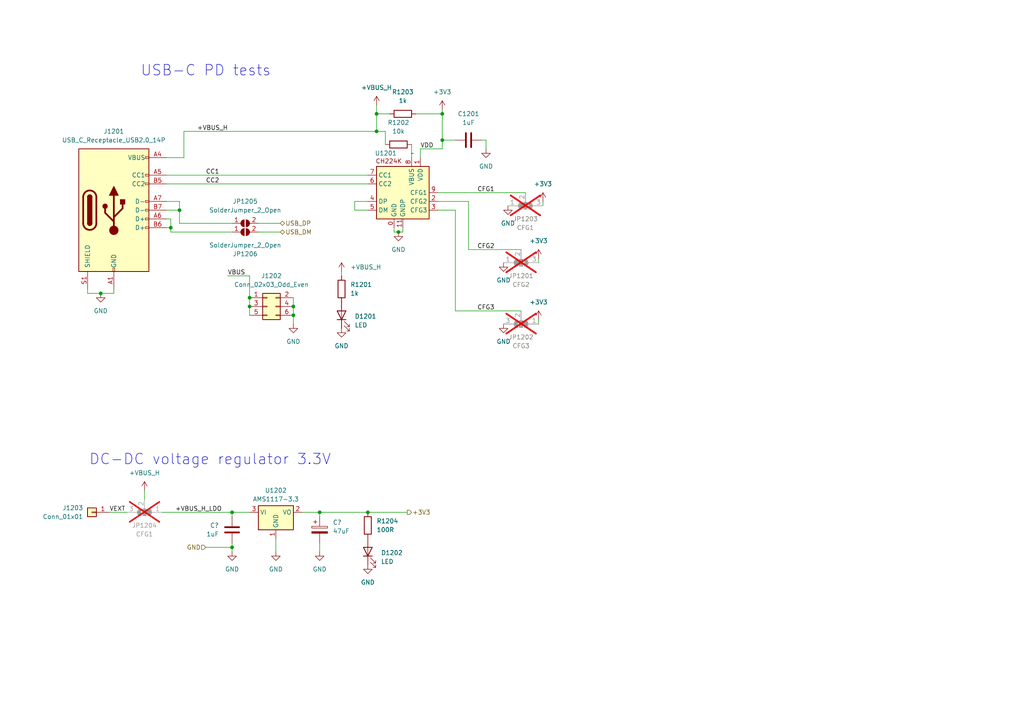
<source format=kicad_sch>
(kicad_sch (version 20231120) (generator "eeschema") (generator_version "8.0")
  (paper "A4")
  (lib_symbols
    (symbol "Connector:USB_C_Receptacle_USB2.0_14P" (pin_names (offset 1.016))
      (property "Reference" "J" (at 0 22.225 0))
      (property "Value" "USB_C_Receptacle_USB2.0_14P" (at 0 19.685 0))
      (symbol "USB_C_Receptacle_USB2.0_14P_0_0"
        (rectangle (start -0.254 -17.78) (end 0.254 -16.764))
        (rectangle (start 10.16 -4.826) (end 9.144 -5.334))
        (rectangle (start 10.16 -2.286) (end 9.144 -2.794))
        (rectangle (start 10.16 0.254) (end 9.144 -0.254))
        (rectangle (start 10.16 2.794) (end 9.144 2.286))
        (rectangle (start 10.16 7.874) (end 9.144 7.366))
        (rectangle (start 10.16 10.414) (end 9.144 9.906))
        (rectangle (start 10.16 15.494) (end 9.144 14.986))
      )
      (symbol "USB_C_Receptacle_USB2.0_14P_0_1"
        (rectangle (start -10.16 17.78) (end 10.16 -17.78) (stroke (width 0.254)) (fill (type background)))
        (arc (start -8.89 -3.81) (mid -6.985 -5.7067) (end -5.08 -3.81) (stroke (width 0.508)))
        (arc (start -7.62 -3.81) (mid -6.985 -4.4423) (end -6.35 -3.81) (stroke (width 0.254)))
        (arc (start -7.62 -3.81) (mid -6.985 -4.4423) (end -6.35 -3.81) (stroke (width 0.254)) (fill (type outline)))
        (rectangle (start -7.62 -3.81) (end -6.35 3.81) (stroke (width 0.254)) (fill (type outline)))
        (arc (start -6.35 3.81) (mid -6.985 4.4423) (end -7.62 3.81) (stroke (width 0.254)))
        (arc (start -6.35 3.81) (mid -6.985 4.4423) (end -7.62 3.81) (stroke (width 0.254)) (fill (type outline)))
        (arc (start -5.08 3.81) (mid -6.985 5.7067) (end -8.89 3.81) (stroke (width 0.508)))
        (circle (center -2.54 1.143) (radius 0.635) (stroke (width 0.254)) (fill (type outline)))
        (circle (center 0 -5.842) (radius 1.27) (fill (type outline)))
        (polyline (pts (xy -8.89 -3.81) (xy -8.89 3.81)) (stroke (width 0.508)))
        (polyline (pts (xy -5.08 3.81) (xy -5.08 -3.81)) (stroke (width 0.508)))
        (polyline (pts (xy 0 -5.842) (xy 0 4.318)) (stroke (width 0.508)))
        (polyline (pts (xy 0 -3.302) (xy -2.54 -0.762) (xy -2.54 0.508)) (stroke (width 0.508)))
        (polyline (pts (xy 0 -2.032) (xy 2.54 0.508) (xy 2.54 1.778)) (stroke (width 0.508)))
        (polyline (pts (xy -1.27 4.318) (xy 0 6.858) (xy 1.27 4.318) (xy -1.27 4.318)) (stroke (width 0.254)) (fill (type outline)))
        (rectangle (start 1.905 1.778) (end 3.175 3.048) (stroke (width 0.254)) (fill (type outline)))
      )
      (symbol "USB_C_Receptacle_USB2.0_14P_1_1"
        (pin passive line (at 0 -22.86 90) (length 5.08) (name "GND") (number "A1"))
        (pin passive line (at 0 -22.86 90) (length 5.08) hide (name "GND") (number "A12"))
        (pin passive line (at 15.24 15.24 180) (length 5.08) (name "VBUS") (number "A4"))
        (pin bidirectional line (at 15.24 10.16 180) (length 5.08) (name "CC1") (number "A5"))
        (pin bidirectional line (at 15.24 -2.54 180) (length 5.08) (name "D+") (number "A6"))
        (pin bidirectional line (at 15.24 2.54 180) (length 5.08) (name "D-") (number "A7"))
        (pin passive line (at 15.24 15.24 180) (length 5.08) hide (name "VBUS") (number "A9"))
        (pin passive line (at 0 -22.86 90) (length 5.08) hide (name "GND") (number "B1"))
        (pin passive line (at 0 -22.86 90) (length 5.08) hide (name "GND") (number "B12"))
        (pin passive line (at 15.24 15.24 180) (length 5.08) hide (name "VBUS") (number "B4"))
        (pin bidirectional line (at 15.24 7.62 180) (length 5.08) (name "CC2") (number "B5"))
        (pin bidirectional line (at 15.24 -5.08 180) (length 5.08) (name "D+") (number "B6"))
        (pin bidirectional line (at 15.24 0 180) (length 5.08) (name "D-") (number "B7"))
        (pin passive line (at 15.24 15.24 180) (length 5.08) hide (name "VBUS") (number "B9"))
        (pin passive line (at -7.62 -22.86 90) (length 5.08) (name "SHIELD") (number "S1"))
      )
    )
    (symbol "Connector_Generic:Conn_01x01" (pin_names (offset 1.016) hide)
      (property "Reference" "J" (at 0 2.54 0))
      (property "Value" "Conn_01x01" (at 0 -2.54 0))
      (symbol "Conn_01x01_1_1"
        (rectangle (start -1.27 0.127) (end 0 -0.127) (stroke (width 0.1524)))
        (rectangle (start -1.27 1.27) (end 1.27 -1.27) (stroke (width 0.254)) (fill (type background)))
        (pin passive line (at -5.08 0 0) (length 3.81) (name "Pin_1") (number "1"))
      )
    )
    (symbol "Connector_Generic:Conn_02x03_Odd_Even" (pin_names (offset 1.016) hide)
      (property "Reference" "J" (at 1.27 5.08 0))
      (property "Value" "Conn_02x03_Odd_Even" (at 1.27 -5.08 0))
      (symbol "Conn_02x03_Odd_Even_1_1"
        (rectangle (start -1.27 -2.413) (end 0 -2.667) (stroke (width 0.1524)))
        (rectangle (start -1.27 0.127) (end 0 -0.127) (stroke (width 0.1524)))
        (rectangle (start -1.27 2.667) (end 0 2.413) (stroke (width 0.1524)))
        (rectangle (start -1.27 3.81) (end 3.81 -3.81) (stroke (width 0.254)) (fill (type background)))
        (rectangle (start 3.81 -2.413) (end 2.54 -2.667) (stroke (width 0.1524)))
        (rectangle (start 3.81 0.127) (end 2.54 -0.127) (stroke (width 0.1524)))
        (rectangle (start 3.81 2.667) (end 2.54 2.413) (stroke (width 0.1524)))
        (pin passive line (at -5.08 2.54 0) (length 3.81) (name "Pin_1") (number "1"))
        (pin passive line (at 7.62 2.54 180) (length 3.81) (name "Pin_2") (number "2"))
        (pin passive line (at -5.08 0 0) (length 3.81) (name "Pin_3") (number "3"))
        (pin passive line (at 7.62 0 180) (length 3.81) (name "Pin_4") (number "4"))
        (pin passive line (at -5.08 -2.54 0) (length 3.81) (name "Pin_5") (number "5"))
        (pin passive line (at 7.62 -2.54 180) (length 3.81) (name "Pin_6") (number "6"))
      )
    )
    (symbol "Debug-Shield-Lib:CH224K"
      (property "Reference" "U" (at 0.508 2.54 0))
      (property "Value" "CH224K" (at 3.81 -6.604 0))
      (symbol "CH224K_1_1"
        (rectangle (start 0 -2.54) (end 15.24 -17.78) (stroke (width 0.254)) (fill (type background)))
        (text "CH224K\n" (at 3.556 -1.016 0) (effects (font (size 1.27 1.27))))
        (pin power_out line (at 5.08 -20.32 90) (length 2.54) (name "GND") (number "0"))
        (pin power_out line (at 12.7 0 270) (length 2.54) (name "VDD") (number "1"))
        (pin power_out line (at 7.62 -20.32 90) (length 2.54) (name "GNDP") (number "11"))
        (pin input line (at 17.78 -12.7 180) (length 2.54) (name "CFG2") (number "2"))
        (pin input line (at 17.78 -15.24 180) (length 2.54) (name "CFG3") (number "3"))
        (pin input line (at -2.54 -12.7 0) (length 2.54) (name "DP") (number "4"))
        (pin input line (at -2.54 -15.24 0) (length 2.54) (name "DM") (number "5"))
        (pin input line (at -2.54 -7.62 0) (length 2.54) (name "CC2") (number "6"))
        (pin input line (at -2.54 -5.08 0) (length 2.54) (name "CC1") (number "7"))
        (pin power_out line (at 10.16 0 270) (length 2.54) (name "VBUS") (number "8"))
        (pin input line (at 17.78 -10.16 180) (length 2.54) (name "CFG1") (number "9"))
      )
    )
    (symbol "Device:C" (pin_numbers hide) (pin_names (offset 0.254))
      (property "Reference" "C" (at 0.635 2.54 0))
      (property "Value" "C" (at 0.635 -2.54 0))
      (symbol "C_0_1"
        (polyline (pts (xy -2.032 -0.762) (xy 2.032 -0.762)) (stroke (width 0.508)))
        (polyline (pts (xy -2.032 0.762) (xy 2.032 0.762)) (stroke (width 0.508)))
      )
      (symbol "C_1_1"
        (pin passive line (at 0 3.81 270) (length 2.794) (name "~") (number "1"))
        (pin passive line (at 0 -3.81 90) (length 2.794) (name "~") (number "2"))
      )
    )
    (symbol "Device:C_Polarized" (pin_numbers hide) (pin_names (offset 0.254))
      (property "Reference" "C" (at 0.635 2.54 0))
      (property "Value" "C_Polarized" (at 0.635 -2.54 0))
      (symbol "C_Polarized_0_1"
        (rectangle (start -2.286 0.508) (end 2.286 1.016))
        (polyline (pts (xy -1.778 2.286) (xy -0.762 2.286)))
        (polyline (pts (xy -1.27 2.794) (xy -1.27 1.778)))
        (rectangle (start 2.286 -0.508) (end -2.286 -1.016) (fill (type outline)))
      )
      (symbol "C_Polarized_1_1"
        (pin passive line (at 0 3.81 270) (length 2.794) (name "~") (number "1"))
        (pin passive line (at 0 -3.81 90) (length 2.794) (name "~") (number "2"))
      )
    )
    (symbol "Device:LED" (pin_numbers hide) (pin_names (offset 1.016) hide)
      (property "Reference" "D" (at 0 2.54 0))
      (property "Value" "LED" (at 0 -2.54 0))
      (symbol "LED_0_1"
        (polyline (pts (xy -1.27 -1.27) (xy -1.27 1.27)) (stroke (width 0.254)))
        (polyline (pts (xy -1.27 0) (xy 1.27 0)))
        (polyline (pts (xy 1.27 -1.27) (xy 1.27 1.27) (xy -1.27 0) (xy 1.27 -1.27)) (stroke (width 0.254)))
        (polyline (pts (xy -3.048 -0.762) (xy -4.572 -2.286) (xy -3.81 -2.286) (xy -4.572 -2.286) (xy -4.572 -1.524)))
        (polyline (pts (xy -1.778 -0.762) (xy -3.302 -2.286) (xy -2.54 -2.286) (xy -3.302 -2.286) (xy -3.302 -1.524)))
      )
      (symbol "LED_1_1"
        (pin passive line (at -3.81 0 0) (length 2.54) (name "K") (number "1"))
        (pin passive line (at 3.81 0 180) (length 2.54) (name "A") (number "2"))
      )
    )
    (symbol "Device:R" (pin_numbers hide) (pin_names (offset 0))
      (property "Reference" "R" (at 2.032 0 90))
      (property "Value" "R" (at 0 0 90))
      (symbol "R_0_1"
        (rectangle (start -1.016 -2.54) (end 1.016 2.54) (stroke (width 0.254)))
      )
      (symbol "R_1_1"
        (pin passive line (at 0 3.81 270) (length 1.27) (name "~") (number "1"))
        (pin passive line (at 0 -3.81 90) (length 1.27) (name "~") (number "2"))
      )
    )
    (symbol "Jumper:SolderJumper_2_Open" (pin_names (offset 0) hide)
      (property "Reference" "JP" (at 0 2.032 0))
      (property "Value" "SolderJumper_2_Open" (at 0 -2.54 0))
      (symbol "SolderJumper_2_Open_0_1"
        (arc (start -0.254 1.016) (mid -1.2656 0) (end -0.254 -1.016))
        (arc (start -0.254 1.016) (mid -1.2656 0) (end -0.254 -1.016) (fill (type outline)))
        (polyline (pts (xy -0.254 1.016) (xy -0.254 -1.016)))
        (polyline (pts (xy 0.254 1.016) (xy 0.254 -1.016)))
        (arc (start 0.254 -1.016) (mid 1.2656 0) (end 0.254 1.016))
        (arc (start 0.254 -1.016) (mid 1.2656 0) (end 0.254 1.016) (fill (type outline)))
      )
      (symbol "SolderJumper_2_Open_1_1"
        (pin passive line (at -3.81 0 0) (length 2.54) (name "A") (number "1"))
        (pin passive line (at 3.81 0 180) (length 2.54) (name "B") (number "2"))
      )
    )
    (symbol "Jumper:SolderJumper_3_Bridged12" (pin_names (offset 0) hide)
      (property "Reference" "JP" (at -2.54 -2.54 0))
      (property "Value" "SolderJumper_3_Bridged12" (at 0 2.794 0))
      (symbol "SolderJumper_3_Bridged12_0_1"
        (rectangle (start -1.016 0.508) (end -0.508 -0.508) (fill (type outline)))
        (arc (start -1.016 1.016) (mid -2.0276 0) (end -1.016 -1.016))
        (arc (start -1.016 1.016) (mid -2.0276 0) (end -1.016 -1.016) (fill (type outline)))
        (rectangle (start -0.508 1.016) (end 0.508 -1.016) (fill (type outline)))
        (polyline (pts (xy -2.54 0) (xy -2.032 0)))
        (polyline (pts (xy -1.016 1.016) (xy -1.016 -1.016)))
        (polyline (pts (xy 0 -1.27) (xy 0 -1.016)))
        (polyline (pts (xy 1.016 1.016) (xy 1.016 -1.016)))
        (polyline (pts (xy 2.54 0) (xy 2.032 0)))
        (arc (start 1.016 -1.016) (mid 2.0276 0) (end 1.016 1.016))
        (arc (start 1.016 -1.016) (mid 2.0276 0) (end 1.016 1.016) (fill (type outline)))
      )
      (symbol "SolderJumper_3_Bridged12_1_1"
        (pin passive line (at -5.08 0 0) (length 2.54) (name "A") (number "1"))
        (pin passive line (at 0 -3.81 90) (length 2.54) (name "C") (number "2"))
        (pin passive line (at 5.08 0 180) (length 2.54) (name "B") (number "3"))
      )
    )
    (symbol "Regulator_Linear:AMS1117-3.3"
      (property "Reference" "U" (at -3.81 3.175 0))
      (property "Value" "AMS1117-3.3" (at 0 3.175 0))
      (symbol "AMS1117-3.3_0_1"
        (rectangle (start -5.08 -5.08) (end 5.08 1.905) (stroke (width 0.254)) (fill (type background)))
      )
      (symbol "AMS1117-3.3_1_1"
        (pin power_in line (at 0 -7.62 90) (length 2.54) (name "GND") (number "1"))
        (pin power_out line (at 7.62 0 180) (length 2.54) (name "VO") (number "2"))
        (pin power_in line (at -7.62 0 0) (length 2.54) (name "VI") (number "3"))
      )
    )
    (symbol "power:+3V3" (power) (pin_names (offset 0))
      (property "Value" "+3V3" (at 0 3.556 0))
      (symbol "+3V3_0_1"
        (polyline (pts (xy -0.762 1.27) (xy 0 2.54)))
        (polyline (pts (xy 0 0) (xy 0 2.54)))
        (polyline (pts (xy 0 2.54) (xy 0.762 1.27)))
      )
      (symbol "+3V3_1_1"
        (pin power_in line (at 0 0 90) (length 0) hide (name "+3V3") (number "1"))
      )
    )
    (symbol "power:GND" (power) (pin_names (offset 0))
      (property "Value" "GND" (at 0 -3.81 0))
      (symbol "GND_0_1"
        (polyline (pts (xy 0 0) (xy 0 -1.27) (xy 1.27 -1.27) (xy 0 -2.54) (xy -1.27 -1.27) (xy 0 -1.27)))
      )
      (symbol "GND_1_1"
        (pin power_in line (at 0 0 270) (length 0) hide (name "GND") (number "1"))
      )
    )
    (symbol "power:VBUS" (power) (pin_names (offset 0))
      (property "Value" "VBUS" (at 0 3.81 0))
      (symbol "VBUS_0_1"
        (polyline (pts (xy -0.762 1.27) (xy 0 2.54)))
        (polyline (pts (xy 0 0) (xy 0 2.54)))
        (polyline (pts (xy 0 2.54) (xy 0.762 1.27)))
      )
      (symbol "VBUS_1_1"
        (pin power_in line (at 0 0 90) (length 0) hide (name "VBUS") (number "1"))
      )
    )
  )
  (junction (at 67.31 148.59))
  (junction (at 49.53 66.04))
  (junction (at 29.21 85.09))
  (junction (at 92.71 148.59))
  (junction (at 128.27 33.02))
  (junction (at 72.39 88.9))
  (junction (at 109.22 33.02))
  (junction (at 52.07 60.96))
  (junction (at 85.09 91.44))
  (junction (at 85.09 88.9))
  (junction (at 109.22 38.1))
  (junction (at 67.31 158.75))
  (junction (at 128.27 40.64))
  (junction (at 106.68 148.59))
  (junction (at 72.39 86.36))
  (junction (at 115.57 67.31))
  (wire (pts (xy 140.97 40.64) (xy 139.7 40.64)))
  (wire (pts (xy 121.92 43.18) (xy 121.92 45.72)))
  (wire (pts (xy 156.21 92.71) (xy 156.21 93.98)))
  (wire (pts (xy 25.4 85.09) (xy 29.21 85.09)))
  (wire (pts (xy 87.63 148.59) (xy 92.71 148.59)))
  (wire (pts (xy 109.22 33.02) (xy 109.22 38.1)))
  (wire (pts (xy 53.34 45.72) (xy 53.34 38.1)))
  (wire (pts (xy 80.01 156.21) (xy 80.01 160.02)))
  (wire (pts (xy 99.06 78.74) (xy 99.06 80.01)))
  (wire (pts (xy 81.28 67.31) (xy 74.93 67.31)))
  (wire (pts (xy 111.76 41.91) (xy 111.76 38.1)))
  (wire (pts (xy 25.4 85.09) (xy 25.4 83.82)))
  (wire (pts (xy 140.97 43.18) (xy 140.97 40.64)))
  (wire (pts (xy 33.02 83.82) (xy 33.02 85.09)))
  (wire (pts (xy 156.21 74.93) (xy 156.21 76.2)))
  (wire (pts (xy 109.22 30.48) (xy 109.22 33.02)))
  (wire (pts (xy 92.71 148.59) (xy 106.68 148.59)))
  (wire (pts (xy 67.31 149.86) (xy 67.31 148.59)))
  (wire (pts (xy 52.07 60.96) (xy 48.26 60.96)))
  (wire (pts (xy 132.08 40.64) (xy 128.27 40.64)))
  (wire (pts (xy 114.3 67.31) (xy 114.3 66.04)))
  (wire (pts (xy 66.04 80.01) (xy 72.39 80.01)))
  (wire (pts (xy 106.68 148.59) (xy 118.11 148.59)))
  (wire (pts (xy 135.89 58.42) (xy 135.89 72.39)))
  (wire (pts (xy 85.09 88.9) (xy 85.09 91.44)))
  (wire (pts (xy 53.34 38.1) (xy 109.22 38.1)))
  (wire (pts (xy 85.09 86.36) (xy 85.09 88.9)))
  (wire (pts (xy 29.21 85.09) (xy 33.02 85.09)))
  (wire (pts (xy 115.57 67.31) (xy 114.3 67.31)))
  (wire (pts (xy 67.31 160.02) (xy 67.31 158.75)))
  (wire (pts (xy 128.27 40.64) (xy 128.27 43.18)))
  (wire (pts (xy 72.39 88.9) (xy 72.39 91.44)))
  (wire (pts (xy 127 55.88) (xy 152.4 55.88)))
  (wire (pts (xy 31.75 148.59) (xy 36.83 148.59)))
  (wire (pts (xy 132.08 90.17) (xy 151.13 90.17)))
  (wire (pts (xy 132.08 60.96) (xy 132.08 90.17)))
  (wire (pts (xy 46.99 148.59) (xy 67.31 148.59)))
  (wire (pts (xy 52.07 64.77) (xy 67.31 64.77)))
  (wire (pts (xy 157.48 58.42) (xy 157.48 59.69)))
  (wire (pts (xy 106.68 53.34) (xy 48.26 53.34)))
  (wire (pts (xy 135.89 72.39) (xy 151.13 72.39)))
  (wire (pts (xy 116.84 66.04) (xy 116.84 67.31)))
  (wire (pts (xy 41.91 142.24) (xy 41.91 144.78)))
  (wire (pts (xy 119.38 41.91) (xy 119.38 45.72)))
  (wire (pts (xy 102.87 60.96) (xy 106.68 60.96)))
  (wire (pts (xy 59.69 158.75) (xy 67.31 158.75)))
  (wire (pts (xy 120.65 33.02) (xy 128.27 33.02)))
  (wire (pts (xy 48.26 66.04) (xy 49.53 66.04)))
  (wire (pts (xy 128.27 31.75) (xy 128.27 33.02)))
  (wire (pts (xy 109.22 33.02) (xy 113.03 33.02)))
  (wire (pts (xy 72.39 80.01) (xy 72.39 86.36)))
  (wire (pts (xy 52.07 64.77) (xy 52.07 60.96)))
  (wire (pts (xy 116.84 67.31) (xy 115.57 67.31)))
  (wire (pts (xy 106.68 50.8) (xy 48.26 50.8)))
  (wire (pts (xy 49.53 67.31) (xy 67.31 67.31)))
  (wire (pts (xy 92.71 148.59) (xy 92.71 149.86)))
  (wire (pts (xy 102.87 58.42) (xy 102.87 60.96)))
  (wire (pts (xy 85.09 91.44) (xy 85.09 93.98)))
  (wire (pts (xy 106.68 58.42) (xy 102.87 58.42)))
  (wire (pts (xy 111.76 38.1) (xy 109.22 38.1)))
  (wire (pts (xy 52.07 58.42) (xy 52.07 60.96)))
  (wire (pts (xy 72.39 86.36) (xy 72.39 88.9)))
  (wire (pts (xy 132.08 60.96) (xy 127 60.96)))
  (wire (pts (xy 128.27 43.18) (xy 121.92 43.18)))
  (wire (pts (xy 48.26 58.42) (xy 52.07 58.42)))
  (wire (pts (xy 48.26 45.72) (xy 53.34 45.72)))
  (wire (pts (xy 67.31 158.75) (xy 67.31 157.48)))
  (wire (pts (xy 74.93 64.77) (xy 81.28 64.77)))
  (wire (pts (xy 49.53 67.31) (xy 49.53 66.04)))
  (wire (pts (xy 49.53 63.5) (xy 48.26 63.5)))
  (wire (pts (xy 128.27 33.02) (xy 128.27 40.64)))
  (wire (pts (xy 67.31 148.59) (xy 72.39 148.59)))
  (wire (pts (xy 92.71 157.48) (xy 92.71 160.02)))
  (wire (pts (xy 135.89 58.42) (xy 127 58.42)))
  (wire (pts (xy 49.53 66.04) (xy 49.53 63.5)))
  (text "DC-DC voltage regulator 3.3V\n" (at 60.96 133.35 0) (effects (font (size 3.048 3.048))))
  (text "USB-C PD tests" (at 59.69 20.574 0) (effects (font (size 3.048 3.048))))
  (label "VBUS" (at 66.04 80.01 0))
  (label "CFG1" (at 138.43 55.88 0))
  (label "VDD" (at 121.92 43.18 0))
  (label "CC1" (at 59.69 50.8 0))
  (label "CFG2" (at 138.43 72.39 0))
  (label "+VBUS_H" (at 57.15 38.1 0))
  (label "CFG3" (at 138.43 90.17 0))
  (label "CC2" (at 59.69 53.34 0))
  (label "+VBUS_H_LDO" (at 50.8 148.59 0))
  (label "VEXT" (at 31.75 148.59 0))
  (hierarchical_label "GND" (shape input) (at 59.69 158.75 180))
  (hierarchical_label "USB_DM" (shape bidirectional) (at 81.28 67.31 0))
  (hierarchical_label "+3V3" (shape output) (at 118.11 148.59 0))
  (hierarchical_label "USB_DP" (shape bidirectional) (at 81.28 64.77 0))
  (symbol (lib_id "power:+3V3") (at 156.21 92.71 0) (unit 1)
    (property "Reference" "#PWR01212" (effects (hide yes)))
    (property "Value" "+3V3" (at 156.21 87.63 0))
    (property "Description" "Power symbol creates a global label with name \"+3V3\"" (effects (hide yes)))
  )
  (symbol (lib_id "Device:C_Polarized") (at 92.71 153.67 0) (unit 1) (in_bom no)
    (property "Reference" "C?" (at 96.52 151.511 0) (effects (justify left)))
    (property "Value" "47uF" (at 96.52 154.051 0) (effects (justify left)))
    (property "Footprint" "Capacitor_SMD:C_0805_2012Metric_Pad1.18x1.45mm_HandSolder" (effects (hide yes)))
    (property "Description" "Polarized capacitor" (effects (hide yes)))
    (property "OLI_ID" "47uf_0805" (effects (hide yes)))
  )
  (symbol (lib_id "Jumper:SolderJumper_2_Open") (at 71.12 67.31 0) (mirror x) (unit 1)
    (property "Reference" "JP1206" (at 71.12 73.66 0))
    (property "Value" "SolderJumper_2_Open" (at 71.12 71.12 0))
    (property "Footprint" "Jumper:SolderJumper-2_P1.3mm_Open_TrianglePad1.0x1.5mm" (effects (hide yes)))
    (property "Description" "Solder Jumper, 2-pole, open" (effects (hide yes)))
  )
  (symbol (lib_id "power:GND") (at 146.05 76.2 0) (unit 1)
    (property "Reference" "#PWR01208" (effects (hide yes)))
    (property "Value" "GND" (at 146.05 81.28 0))
    (property "Description" "Power symbol creates a global label with name \"GND\" , ground" (effects (hide yes)))
  )
  (symbol (lib_id "power:VBUS") (at 41.91 142.24 0) (unit 1)
    (property "Reference" "#PWR01218" (effects (hide yes)))
    (property "Value" "+VBUS_H" (at 41.91 137.16 0))
    (property "Description" "Power symbol creates a global label with name \"VBUS\"" (effects (hide yes)))
  )
  (symbol (lib_id "power:GND") (at 92.71 160.02 0) (unit 1)
    (property "Reference" "#PWR?" (effects (hide yes)))
    (property "Value" "GND" (at 92.71 165.1 0))
    (property "Description" "Power symbol creates a global label with name \"GND\" , ground" (effects (hide yes)))
  )
  (symbol (lib_id "Device:C") (at 135.89 40.64 90) (unit 1)
    (property "Reference" "C1201" (at 135.89 33.02 90))
    (property "Value" "1uF" (at 135.89 35.56 90))
    (property "Footprint" "Capacitor_SMD:C_0805_2012Metric_Pad1.18x1.45mm_HandSolder" (effects (hide yes)))
    (property "Description" "Unpolarized capacitor" (effects (hide yes)))
    (property "OLI_ID" "1uF_0805" (effects (hide yes)))
  )
  (symbol (lib_id "Jumper:SolderJumper_3_Bridged12") (at 151.13 93.98 180) (unit 1) (in_bom no) (dnp yes)
    (property "Reference" "JP1202" (at 151.13 97.79 0))
    (property "Value" "CFG3" (at 151.13 100.33 0))
    (property "Footprint" "Jumper:SolderJumper-3_P1.3mm_Bridged12_RoundedPad1.0x1.5mm_NumberLabels" (effects (hide yes)))
    (property "Description" "3-pole Solder Jumper, pins 1+2 closed/bridged" (effects (hide yes)))
  )
  (symbol (lib_id "Device:LED") (at 106.68 160.02 90) (unit 1)
    (property "Reference" "D1202" (at 110.49 160.3374 90) (effects (justify right)))
    (property "Value" "LED" (at 110.49 162.8774 90) (effects (justify right)))
    (property "Footprint" "LED_SMD:LED_0603_1608Metric_Pad1.05x0.95mm_HandSolder" (effects (hide yes)))
    (property "Description" "Light emitting diode" (effects (hide yes)))
  )
  (symbol (lib_id "power:VBUS") (at 99.06 78.74 0) (unit 1)
    (property "Reference" "#PWR01202" (effects (hide yes)))
    (property "Value" "+VBUS_H" (at 101.6 77.4699 0) (effects (justify left)))
    (property "Description" "Power symbol creates a global label with name \"VBUS\"" (effects (hide yes)))
  )
  (symbol (lib_id "power:VBUS") (at 109.22 30.48 0) (unit 1)
    (property "Reference" "#PWR01204" (effects (hide yes)))
    (property "Value" "+VBUS_H" (at 109.22 25.4 0))
    (property "Description" "Power symbol creates a global label with name \"VBUS\"" (effects (hide yes)))
  )
  (symbol (lib_id "power:GND") (at 85.09 93.98 0) (unit 1)
    (property "Reference" "#PWR01216" (effects (hide yes)))
    (property "Value" "GND" (at 85.09 99.06 0))
    (property "Description" "Power symbol creates a global label with name \"GND\" , ground" (effects (hide yes)))
  )
  (symbol (lib_id "Jumper:SolderJumper_3_Bridged12") (at 151.13 76.2 0) (mirror x) (unit 1) (in_bom no) (dnp yes)
    (property "Reference" "JP1201" (at 151.13 80.01 0))
    (property "Value" "CFG2" (at 151.13 82.55 0))
    (property "Footprint" "Jumper:SolderJumper-3_P1.3mm_Bridged12_RoundedPad1.0x1.5mm_NumberLabels" (effects (hide yes)))
    (property "Description" "3-pole Solder Jumper, pins 1+2 closed/bridged" (effects (hide yes)))
  )
  (symbol (lib_id "power:+3V3") (at 128.27 31.75 0) (unit 1)
    (property "Reference" "#PWR01206" (effects (hide yes)))
    (property "Value" "+3V3" (at 128.27 26.67 0))
    (property "Description" "Power symbol creates a global label with name \"+3V3\"" (effects (hide yes)))
  )
  (symbol (lib_id "power:GND") (at 140.97 43.18 0) (unit 1)
    (property "Reference" "#PWR01207" (effects (hide yes)))
    (property "Value" "GND" (at 140.97 48.26 0))
    (property "Description" "Power symbol creates a global label with name \"GND\" , ground" (effects (hide yes)))
  )
  (symbol (lib_id "Device:R") (at 116.84 33.02 90) (unit 1)
    (property "Reference" "R1203" (at 116.84 26.67 90))
    (property "Value" "1k" (at 116.84 29.21 90))
    (property "Footprint" "Resistor_SMD:R_0805_2012Metric_Pad1.20x1.40mm_HandSolder" (effects (hide yes)))
    (property "Description" "Resistor" (effects (hide yes)))
    (property "OLI_ID" "1k_0805" (effects (hide yes)))
  )
  (symbol (lib_id "Device:R") (at 106.68 152.4 0) (unit 1)
    (property "Reference" "R1204" (at 109.22 151.1299 0) (effects (justify left)))
    (property "Value" "100R" (at 109.22 153.6699 0) (effects (justify left)))
    (property "Footprint" "Resistor_SMD:R_0805_2012Metric_Pad1.20x1.40mm_HandSolder" (effects (hide yes)))
    (property "Description" "Resistor" (effects (hide yes)))
  )
  (symbol (lib_id "power:GND") (at 99.06 95.25 0) (unit 1)
    (property "Reference" "#PWR01203" (effects (hide yes)))
    (property "Value" "GND" (at 99.06 100.33 0))
    (property "Description" "Power symbol creates a global label with name \"GND\" , ground" (effects (hide yes)))
  )
  (symbol (lib_id "power:GND") (at 115.57 67.31 0) (unit 1)
    (property "Reference" "#PWR01205" (effects (hide yes)))
    (property "Value" "GND" (at 115.57 72.39 0))
    (property "Description" "Power symbol creates a global label with name \"GND\" , ground" (effects (hide yes)))
  )
  (symbol (lib_id "Connector_Generic:Conn_01x01") (at 26.67 148.59 0) (mirror y) (unit 1)
    (property "Reference" "J1203" (at 24.13 147.3199 0) (effects (justify left)))
    (property "Value" "Conn_01x01" (at 24.13 149.8599 0) (effects (justify left)))
    (property "Footprint" "Connector_PinHeader_2.54mm:PinHeader_1x01_P2.54mm_Vertical" (effects (hide yes)))
    (property "Description" "Generic connector, single row, 01x01, script generated (kicad-library-utils/schlib/autogen/connector/)" (effects (hide yes)))
  )
  (symbol (lib_id "Jumper:SolderJumper_2_Open") (at 71.12 64.77 0) (unit 1)
    (property "Reference" "JP1205" (at 71.12 58.42 0))
    (property "Value" "SolderJumper_2_Open" (at 71.12 60.96 0))
    (property "Footprint" "Jumper:SolderJumper-2_P1.3mm_Open_TrianglePad1.0x1.5mm" (effects (hide yes)))
    (property "Description" "Solder Jumper, 2-pole, open" (effects (hide yes)))
  )
  (symbol (lib_id "power:GND") (at 80.01 160.02 0) (unit 1)
    (property "Reference" "#PWR?" (effects (hide yes)))
    (property "Value" "GND" (at 80.01 165.1 0))
    (property "Description" "Power symbol creates a global label with name \"GND\" , ground" (effects (hide yes)))
  )
  (symbol (lib_id "power:GND") (at 147.32 59.69 0) (unit 1)
    (property "Reference" "#PWR01210" (effects (hide yes)))
    (property "Value" "GND" (at 147.32 64.77 0))
    (property "Description" "Power symbol creates a global label with name \"GND\" , ground" (effects (hide yes)))
  )
  (symbol (lib_id "power:GND") (at 29.21 85.09 0) (unit 1)
    (property "Reference" "#PWR01201" (effects (hide yes)))
    (property "Value" "GND" (at 29.21 90.17 0))
    (property "Description" "Power symbol creates a global label with name \"GND\" , ground" (effects (hide yes)))
  )
  (symbol (lib_id "Jumper:SolderJumper_3_Bridged12") (at 152.4 59.69 0) (mirror x) (unit 1) (in_bom no) (dnp yes)
    (property "Reference" "JP1203" (at 152.4 63.5 0))
    (property "Value" "CFG1" (at 152.4 66.04 0))
    (property "Footprint" "Jumper:SolderJumper-3_P1.3mm_Bridged12_RoundedPad1.0x1.5mm_NumberLabels" (effects (hide yes)))
    (property "Description" "3-pole Solder Jumper, pins 1+2 closed/bridged" (effects (hide yes)))
  )
  (symbol (lib_id "Jumper:SolderJumper_3_Bridged12") (at 41.91 148.59 180) (unit 1) (in_bom no) (dnp yes)
    (property "Reference" "JP1204" (at 41.91 152.4 0))
    (property "Value" "CFG1" (at 41.91 154.94 0))
    (property "Footprint" "Jumper:SolderJumper-3_P1.3mm_Bridged12_RoundedPad1.0x1.5mm_NumberLabels" (effects (hide yes)))
    (property "Description" "3-pole Solder Jumper, pins 1+2 closed/bridged" (effects (hide yes)))
  )
  (symbol (lib_id "Debug-Shield-Lib:CH224K") (at 109.22 45.72 0) (unit 1)
    (property "Reference" "U1201" (at 108.712 44.45 0) (effects (justify left)))
    (property "Value" "~" (at 119.0341 44.45 0) (effects (justify left)))
    (property "Footprint" "Debug-Shield-Lib:CH224K" (effects (hide yes)))
    (property "OLI_ID" "CH224K_ESSOP-10" (effects (hide yes)))
  )
  (symbol (lib_id "power:GND") (at 106.68 163.83 0) (unit 1)
    (property "Reference" "#PWR01220" (effects (hide yes)))
    (property "Value" "GND" (at 106.68 168.91 0))
    (property "Description" "Power symbol creates a global label with name \"GND\" , ground" (effects (hide yes)))
  )
  (symbol (lib_id "power:+3V3") (at 156.21 74.93 0) (unit 1)
    (property "Reference" "#PWR01211" (effects (hide yes)))
    (property "Value" "+3V3" (at 156.21 69.85 0))
    (property "Description" "Power symbol creates a global label with name \"+3V3\"" (effects (hide yes)))
  )
  (symbol (lib_id "Device:C") (at 67.31 153.67 0) (mirror y) (unit 1) (in_bom no)
    (property "Reference" "C?" (at 63.5 152.4 0) (effects (justify left)))
    (property "Value" "1uF" (at 63.5 154.94 0) (effects (justify left)))
    (property "Footprint" "Capacitor_SMD:C_0805_2012Metric_Pad1.18x1.45mm_HandSolder" (effects (hide yes)))
    (property "Description" "Unpolarized capacitor" (effects (hide yes)))
    (property "OLI_ID" "1uF_0805" (effects (hide yes)))
  )
  (symbol (lib_id "Device:R") (at 115.57 41.91 90) (unit 1)
    (property "Reference" "R1202" (at 115.57 35.56 90))
    (property "Value" "10k" (at 115.57 38.1 90))
    (property "Footprint" "Resistor_SMD:R_0805_2012Metric_Pad1.20x1.40mm_HandSolder" (effects (hide yes)))
    (property "Description" "Resistor" (effects (hide yes)))
    (property "OLI_ID" "1k_0805" (effects (hide yes)))
  )
  (symbol (lib_id "Regulator_Linear:AMS1117-3.3") (at 80.01 148.59 0) (unit 1)
    (property "Reference" "U1202" (at 80.01 142.24 0))
    (property "Value" "AMS1117-3.3" (at 80.01 144.78 0))
    (property "Footprint" "Package_TO_SOT_SMD:SOT-223-3_TabPin2" (effects (hide yes)))
    (property "Datasheet" "http://www.advanced-monolithic.com/pdf/ds1117.pdf" (effects (hide yes)))
    (property "Description" "1A Low Dropout regulator, positive, 3.3V fixed output, SOT-223" (effects (hide yes)))
    (property "OLI_ID" "AMS1117-3.3_SOT-223-3" (effects (hide yes)))
  )
  (symbol (lib_id "power:+3V3") (at 157.48 58.42 0) (unit 1)
    (property "Reference" "#PWR01213" (effects (hide yes)))
    (property "Value" "+3V3" (at 157.48 53.34 0))
    (property "Description" "Power symbol creates a global label with name \"+3V3\"" (effects (hide yes)))
  )
  (symbol (lib_id "Device:R") (at 99.06 83.82 0) (unit 1)
    (property "Reference" "R1201" (at 101.6 82.5499 0) (effects (justify left)))
    (property "Value" "1k" (at 101.6 85.0899 0) (effects (justify left)))
    (property "Footprint" "Resistor_SMD:R_0805_2012Metric_Pad1.20x1.40mm_HandSolder" (effects (hide yes)))
    (property "Description" "Resistor" (effects (hide yes)))
  )
  (symbol (lib_id "Device:LED") (at 99.06 91.44 90) (unit 1)
    (property "Reference" "D1201" (at 102.87 91.7574 90) (effects (justify right)))
    (property "Value" "LED" (at 102.87 94.2974 90) (effects (justify right)))
    (property "Footprint" "LED_SMD:LED_0603_1608Metric_Pad1.05x0.95mm_HandSolder" (effects (hide yes)))
    (property "Description" "Light emitting diode" (effects (hide yes)))
  )
  (symbol (lib_id "Connector:USB_C_Receptacle_USB2.0_14P") (at 33.02 60.96 0) (unit 1)
    (property "Reference" "J1201" (at 33.02 38.1 0))
    (property "Value" "USB_C_Receptacle_USB2.0_14P" (at 33.02 40.64 0))
    (property "Footprint" "Connector_USB:USB_C_Receptacle_Palconn_UTC16-G" (effects (hide yes)))
    (property "Datasheet" "https://www.usb.org/sites/default/files/documents/usb_type-c.zip" (effects (hide yes)))
    (property "Description" "USB 2.0-only 14P Type-C Receptacle connector" (effects (hide yes)))
  )
  (symbol (lib_id "Connector_Generic:Conn_02x03_Odd_Even") (at 77.47 88.9 0) (unit 1)
    (property "Reference" "J1202" (at 78.74 80.01 0))
    (property "Value" "Conn_02x03_Odd_Even" (at 78.74 82.55 0))
    (property "Footprint" "Connector_PinSocket_2.54mm:PinSocket_2x03_P2.54mm_Vertical" (effects (hide yes)))
    (property "Description" "Generic connector, double row, 02x03, odd/even pin numbering scheme (row 1 odd numbers, row 2 even numbers), script generated (kicad-library-utils/schlib/autogen/connector/)" (effects (hide yes)))
  )
  (symbol (lib_id "power:GND") (at 67.31 160.02 0) (unit 1)
    (property "Reference" "#PWR?" (effects (hide yes)))
    (property "Value" "GND" (at 67.31 165.1 0))
    (property "Description" "Power symbol creates a global label with name \"GND\" , ground" (effects (hide yes)))
  )
  (symbol (lib_id "power:GND") (at 146.05 93.98 0) (unit 1)
    (property "Reference" "#PWR01209" (effects (hide yes)))
    (property "Value" "GND" (at 146.05 99.06 0))
    (property "Description" "Power symbol creates a global label with name \"GND\" , ground" (effects (hide yes)))
  )
)
</source>
